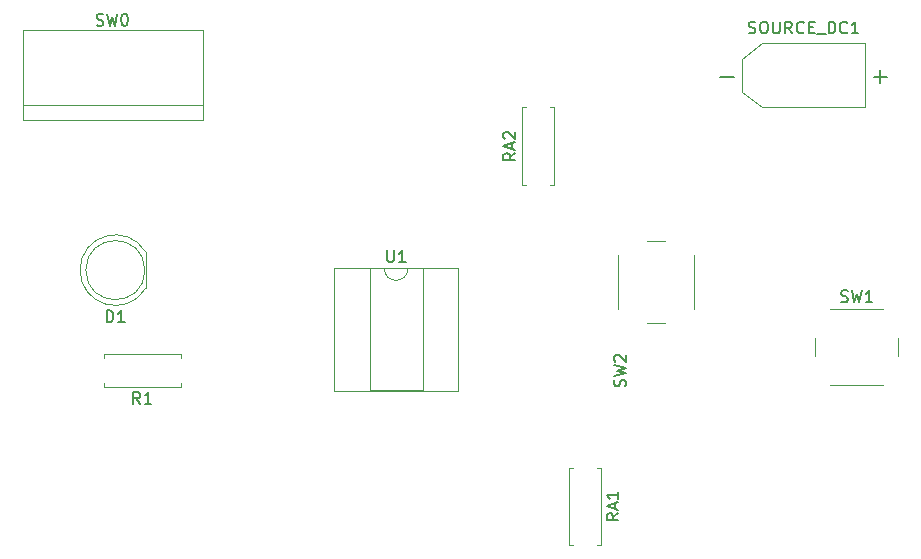
<source format=gbr>
%TF.GenerationSoftware,KiCad,Pcbnew,9.0.4*%
%TF.CreationDate,2025-10-10T16:17:53+02:00*%
%TF.ProjectId,Timmer-555-bistable-0.0.1,54696d6d-6572-42d3-9535-352d62697374,rev?*%
%TF.SameCoordinates,Original*%
%TF.FileFunction,Legend,Top*%
%TF.FilePolarity,Positive*%
%FSLAX46Y46*%
G04 Gerber Fmt 4.6, Leading zero omitted, Abs format (unit mm)*
G04 Created by KiCad (PCBNEW 9.0.4) date 2025-10-10 16:17:53*
%MOMM*%
%LPD*%
G01*
G04 APERTURE LIST*
%ADD10C,0.150000*%
%ADD11C,0.120000*%
G04 APERTURE END LIST*
D10*
X130238095Y-56814819D02*
X130238095Y-57624342D01*
X130238095Y-57624342D02*
X130285714Y-57719580D01*
X130285714Y-57719580D02*
X130333333Y-57767200D01*
X130333333Y-57767200D02*
X130428571Y-57814819D01*
X130428571Y-57814819D02*
X130619047Y-57814819D01*
X130619047Y-57814819D02*
X130714285Y-57767200D01*
X130714285Y-57767200D02*
X130761904Y-57719580D01*
X130761904Y-57719580D02*
X130809523Y-57624342D01*
X130809523Y-57624342D02*
X130809523Y-56814819D01*
X131809523Y-57814819D02*
X131238095Y-57814819D01*
X131523809Y-57814819D02*
X131523809Y-56814819D01*
X131523809Y-56814819D02*
X131428571Y-56957676D01*
X131428571Y-56957676D02*
X131333333Y-57052914D01*
X131333333Y-57052914D02*
X131238095Y-57100533D01*
X150407200Y-68333332D02*
X150454819Y-68190475D01*
X150454819Y-68190475D02*
X150454819Y-67952380D01*
X150454819Y-67952380D02*
X150407200Y-67857142D01*
X150407200Y-67857142D02*
X150359580Y-67809523D01*
X150359580Y-67809523D02*
X150264342Y-67761904D01*
X150264342Y-67761904D02*
X150169104Y-67761904D01*
X150169104Y-67761904D02*
X150073866Y-67809523D01*
X150073866Y-67809523D02*
X150026247Y-67857142D01*
X150026247Y-67857142D02*
X149978628Y-67952380D01*
X149978628Y-67952380D02*
X149931009Y-68142856D01*
X149931009Y-68142856D02*
X149883390Y-68238094D01*
X149883390Y-68238094D02*
X149835771Y-68285713D01*
X149835771Y-68285713D02*
X149740533Y-68333332D01*
X149740533Y-68333332D02*
X149645295Y-68333332D01*
X149645295Y-68333332D02*
X149550057Y-68285713D01*
X149550057Y-68285713D02*
X149502438Y-68238094D01*
X149502438Y-68238094D02*
X149454819Y-68142856D01*
X149454819Y-68142856D02*
X149454819Y-67904761D01*
X149454819Y-67904761D02*
X149502438Y-67761904D01*
X149454819Y-67428570D02*
X150454819Y-67190475D01*
X150454819Y-67190475D02*
X149740533Y-66999999D01*
X149740533Y-66999999D02*
X150454819Y-66809523D01*
X150454819Y-66809523D02*
X149454819Y-66571428D01*
X149550057Y-66238094D02*
X149502438Y-66190475D01*
X149502438Y-66190475D02*
X149454819Y-66095237D01*
X149454819Y-66095237D02*
X149454819Y-65857142D01*
X149454819Y-65857142D02*
X149502438Y-65761904D01*
X149502438Y-65761904D02*
X149550057Y-65714285D01*
X149550057Y-65714285D02*
X149645295Y-65666666D01*
X149645295Y-65666666D02*
X149740533Y-65666666D01*
X149740533Y-65666666D02*
X149883390Y-65714285D01*
X149883390Y-65714285D02*
X150454819Y-66285713D01*
X150454819Y-66285713D02*
X150454819Y-65666666D01*
X168666667Y-61157200D02*
X168809524Y-61204819D01*
X168809524Y-61204819D02*
X169047619Y-61204819D01*
X169047619Y-61204819D02*
X169142857Y-61157200D01*
X169142857Y-61157200D02*
X169190476Y-61109580D01*
X169190476Y-61109580D02*
X169238095Y-61014342D01*
X169238095Y-61014342D02*
X169238095Y-60919104D01*
X169238095Y-60919104D02*
X169190476Y-60823866D01*
X169190476Y-60823866D02*
X169142857Y-60776247D01*
X169142857Y-60776247D02*
X169047619Y-60728628D01*
X169047619Y-60728628D02*
X168857143Y-60681009D01*
X168857143Y-60681009D02*
X168761905Y-60633390D01*
X168761905Y-60633390D02*
X168714286Y-60585771D01*
X168714286Y-60585771D02*
X168666667Y-60490533D01*
X168666667Y-60490533D02*
X168666667Y-60395295D01*
X168666667Y-60395295D02*
X168714286Y-60300057D01*
X168714286Y-60300057D02*
X168761905Y-60252438D01*
X168761905Y-60252438D02*
X168857143Y-60204819D01*
X168857143Y-60204819D02*
X169095238Y-60204819D01*
X169095238Y-60204819D02*
X169238095Y-60252438D01*
X169571429Y-60204819D02*
X169809524Y-61204819D01*
X169809524Y-61204819D02*
X170000000Y-60490533D01*
X170000000Y-60490533D02*
X170190476Y-61204819D01*
X170190476Y-61204819D02*
X170428572Y-60204819D01*
X171333333Y-61204819D02*
X170761905Y-61204819D01*
X171047619Y-61204819D02*
X171047619Y-60204819D01*
X171047619Y-60204819D02*
X170952381Y-60347676D01*
X170952381Y-60347676D02*
X170857143Y-60442914D01*
X170857143Y-60442914D02*
X170761905Y-60490533D01*
X105636667Y-37757200D02*
X105779524Y-37804819D01*
X105779524Y-37804819D02*
X106017619Y-37804819D01*
X106017619Y-37804819D02*
X106112857Y-37757200D01*
X106112857Y-37757200D02*
X106160476Y-37709580D01*
X106160476Y-37709580D02*
X106208095Y-37614342D01*
X106208095Y-37614342D02*
X106208095Y-37519104D01*
X106208095Y-37519104D02*
X106160476Y-37423866D01*
X106160476Y-37423866D02*
X106112857Y-37376247D01*
X106112857Y-37376247D02*
X106017619Y-37328628D01*
X106017619Y-37328628D02*
X105827143Y-37281009D01*
X105827143Y-37281009D02*
X105731905Y-37233390D01*
X105731905Y-37233390D02*
X105684286Y-37185771D01*
X105684286Y-37185771D02*
X105636667Y-37090533D01*
X105636667Y-37090533D02*
X105636667Y-36995295D01*
X105636667Y-36995295D02*
X105684286Y-36900057D01*
X105684286Y-36900057D02*
X105731905Y-36852438D01*
X105731905Y-36852438D02*
X105827143Y-36804819D01*
X105827143Y-36804819D02*
X106065238Y-36804819D01*
X106065238Y-36804819D02*
X106208095Y-36852438D01*
X106541429Y-36804819D02*
X106779524Y-37804819D01*
X106779524Y-37804819D02*
X106970000Y-37090533D01*
X106970000Y-37090533D02*
X107160476Y-37804819D01*
X107160476Y-37804819D02*
X107398572Y-36804819D01*
X107970000Y-36804819D02*
X108065238Y-36804819D01*
X108065238Y-36804819D02*
X108160476Y-36852438D01*
X108160476Y-36852438D02*
X108208095Y-36900057D01*
X108208095Y-36900057D02*
X108255714Y-36995295D01*
X108255714Y-36995295D02*
X108303333Y-37185771D01*
X108303333Y-37185771D02*
X108303333Y-37423866D01*
X108303333Y-37423866D02*
X108255714Y-37614342D01*
X108255714Y-37614342D02*
X108208095Y-37709580D01*
X108208095Y-37709580D02*
X108160476Y-37757200D01*
X108160476Y-37757200D02*
X108065238Y-37804819D01*
X108065238Y-37804819D02*
X107970000Y-37804819D01*
X107970000Y-37804819D02*
X107874762Y-37757200D01*
X107874762Y-37757200D02*
X107827143Y-37709580D01*
X107827143Y-37709580D02*
X107779524Y-37614342D01*
X107779524Y-37614342D02*
X107731905Y-37423866D01*
X107731905Y-37423866D02*
X107731905Y-37185771D01*
X107731905Y-37185771D02*
X107779524Y-36995295D01*
X107779524Y-36995295D02*
X107827143Y-36900057D01*
X107827143Y-36900057D02*
X107874762Y-36852438D01*
X107874762Y-36852438D02*
X107970000Y-36804819D01*
X160857143Y-38407200D02*
X161000000Y-38454819D01*
X161000000Y-38454819D02*
X161238095Y-38454819D01*
X161238095Y-38454819D02*
X161333333Y-38407200D01*
X161333333Y-38407200D02*
X161380952Y-38359580D01*
X161380952Y-38359580D02*
X161428571Y-38264342D01*
X161428571Y-38264342D02*
X161428571Y-38169104D01*
X161428571Y-38169104D02*
X161380952Y-38073866D01*
X161380952Y-38073866D02*
X161333333Y-38026247D01*
X161333333Y-38026247D02*
X161238095Y-37978628D01*
X161238095Y-37978628D02*
X161047619Y-37931009D01*
X161047619Y-37931009D02*
X160952381Y-37883390D01*
X160952381Y-37883390D02*
X160904762Y-37835771D01*
X160904762Y-37835771D02*
X160857143Y-37740533D01*
X160857143Y-37740533D02*
X160857143Y-37645295D01*
X160857143Y-37645295D02*
X160904762Y-37550057D01*
X160904762Y-37550057D02*
X160952381Y-37502438D01*
X160952381Y-37502438D02*
X161047619Y-37454819D01*
X161047619Y-37454819D02*
X161285714Y-37454819D01*
X161285714Y-37454819D02*
X161428571Y-37502438D01*
X162047619Y-37454819D02*
X162238095Y-37454819D01*
X162238095Y-37454819D02*
X162333333Y-37502438D01*
X162333333Y-37502438D02*
X162428571Y-37597676D01*
X162428571Y-37597676D02*
X162476190Y-37788152D01*
X162476190Y-37788152D02*
X162476190Y-38121485D01*
X162476190Y-38121485D02*
X162428571Y-38311961D01*
X162428571Y-38311961D02*
X162333333Y-38407200D01*
X162333333Y-38407200D02*
X162238095Y-38454819D01*
X162238095Y-38454819D02*
X162047619Y-38454819D01*
X162047619Y-38454819D02*
X161952381Y-38407200D01*
X161952381Y-38407200D02*
X161857143Y-38311961D01*
X161857143Y-38311961D02*
X161809524Y-38121485D01*
X161809524Y-38121485D02*
X161809524Y-37788152D01*
X161809524Y-37788152D02*
X161857143Y-37597676D01*
X161857143Y-37597676D02*
X161952381Y-37502438D01*
X161952381Y-37502438D02*
X162047619Y-37454819D01*
X162904762Y-37454819D02*
X162904762Y-38264342D01*
X162904762Y-38264342D02*
X162952381Y-38359580D01*
X162952381Y-38359580D02*
X163000000Y-38407200D01*
X163000000Y-38407200D02*
X163095238Y-38454819D01*
X163095238Y-38454819D02*
X163285714Y-38454819D01*
X163285714Y-38454819D02*
X163380952Y-38407200D01*
X163380952Y-38407200D02*
X163428571Y-38359580D01*
X163428571Y-38359580D02*
X163476190Y-38264342D01*
X163476190Y-38264342D02*
X163476190Y-37454819D01*
X164523809Y-38454819D02*
X164190476Y-37978628D01*
X163952381Y-38454819D02*
X163952381Y-37454819D01*
X163952381Y-37454819D02*
X164333333Y-37454819D01*
X164333333Y-37454819D02*
X164428571Y-37502438D01*
X164428571Y-37502438D02*
X164476190Y-37550057D01*
X164476190Y-37550057D02*
X164523809Y-37645295D01*
X164523809Y-37645295D02*
X164523809Y-37788152D01*
X164523809Y-37788152D02*
X164476190Y-37883390D01*
X164476190Y-37883390D02*
X164428571Y-37931009D01*
X164428571Y-37931009D02*
X164333333Y-37978628D01*
X164333333Y-37978628D02*
X163952381Y-37978628D01*
X165523809Y-38359580D02*
X165476190Y-38407200D01*
X165476190Y-38407200D02*
X165333333Y-38454819D01*
X165333333Y-38454819D02*
X165238095Y-38454819D01*
X165238095Y-38454819D02*
X165095238Y-38407200D01*
X165095238Y-38407200D02*
X165000000Y-38311961D01*
X165000000Y-38311961D02*
X164952381Y-38216723D01*
X164952381Y-38216723D02*
X164904762Y-38026247D01*
X164904762Y-38026247D02*
X164904762Y-37883390D01*
X164904762Y-37883390D02*
X164952381Y-37692914D01*
X164952381Y-37692914D02*
X165000000Y-37597676D01*
X165000000Y-37597676D02*
X165095238Y-37502438D01*
X165095238Y-37502438D02*
X165238095Y-37454819D01*
X165238095Y-37454819D02*
X165333333Y-37454819D01*
X165333333Y-37454819D02*
X165476190Y-37502438D01*
X165476190Y-37502438D02*
X165523809Y-37550057D01*
X165952381Y-37931009D02*
X166285714Y-37931009D01*
X166428571Y-38454819D02*
X165952381Y-38454819D01*
X165952381Y-38454819D02*
X165952381Y-37454819D01*
X165952381Y-37454819D02*
X166428571Y-37454819D01*
X166619048Y-38550057D02*
X167380952Y-38550057D01*
X167619048Y-38454819D02*
X167619048Y-37454819D01*
X167619048Y-37454819D02*
X167857143Y-37454819D01*
X167857143Y-37454819D02*
X168000000Y-37502438D01*
X168000000Y-37502438D02*
X168095238Y-37597676D01*
X168095238Y-37597676D02*
X168142857Y-37692914D01*
X168142857Y-37692914D02*
X168190476Y-37883390D01*
X168190476Y-37883390D02*
X168190476Y-38026247D01*
X168190476Y-38026247D02*
X168142857Y-38216723D01*
X168142857Y-38216723D02*
X168095238Y-38311961D01*
X168095238Y-38311961D02*
X168000000Y-38407200D01*
X168000000Y-38407200D02*
X167857143Y-38454819D01*
X167857143Y-38454819D02*
X167619048Y-38454819D01*
X169190476Y-38359580D02*
X169142857Y-38407200D01*
X169142857Y-38407200D02*
X169000000Y-38454819D01*
X169000000Y-38454819D02*
X168904762Y-38454819D01*
X168904762Y-38454819D02*
X168761905Y-38407200D01*
X168761905Y-38407200D02*
X168666667Y-38311961D01*
X168666667Y-38311961D02*
X168619048Y-38216723D01*
X168619048Y-38216723D02*
X168571429Y-38026247D01*
X168571429Y-38026247D02*
X168571429Y-37883390D01*
X168571429Y-37883390D02*
X168619048Y-37692914D01*
X168619048Y-37692914D02*
X168666667Y-37597676D01*
X168666667Y-37597676D02*
X168761905Y-37502438D01*
X168761905Y-37502438D02*
X168904762Y-37454819D01*
X168904762Y-37454819D02*
X169000000Y-37454819D01*
X169000000Y-37454819D02*
X169142857Y-37502438D01*
X169142857Y-37502438D02*
X169190476Y-37550057D01*
X170142857Y-38454819D02*
X169571429Y-38454819D01*
X169857143Y-38454819D02*
X169857143Y-37454819D01*
X169857143Y-37454819D02*
X169761905Y-37597676D01*
X169761905Y-37597676D02*
X169666667Y-37692914D01*
X169666667Y-37692914D02*
X169571429Y-37740533D01*
X171428571Y-42114700D02*
X172571429Y-42114700D01*
X172000000Y-42686128D02*
X172000000Y-41543271D01*
X158428571Y-42114700D02*
X159571429Y-42114700D01*
X141084819Y-48595238D02*
X140608628Y-48928571D01*
X141084819Y-49166666D02*
X140084819Y-49166666D01*
X140084819Y-49166666D02*
X140084819Y-48785714D01*
X140084819Y-48785714D02*
X140132438Y-48690476D01*
X140132438Y-48690476D02*
X140180057Y-48642857D01*
X140180057Y-48642857D02*
X140275295Y-48595238D01*
X140275295Y-48595238D02*
X140418152Y-48595238D01*
X140418152Y-48595238D02*
X140513390Y-48642857D01*
X140513390Y-48642857D02*
X140561009Y-48690476D01*
X140561009Y-48690476D02*
X140608628Y-48785714D01*
X140608628Y-48785714D02*
X140608628Y-49166666D01*
X140799104Y-48214285D02*
X140799104Y-47738095D01*
X141084819Y-48309523D02*
X140084819Y-47976190D01*
X140084819Y-47976190D02*
X141084819Y-47642857D01*
X140180057Y-47357142D02*
X140132438Y-47309523D01*
X140132438Y-47309523D02*
X140084819Y-47214285D01*
X140084819Y-47214285D02*
X140084819Y-46976190D01*
X140084819Y-46976190D02*
X140132438Y-46880952D01*
X140132438Y-46880952D02*
X140180057Y-46833333D01*
X140180057Y-46833333D02*
X140275295Y-46785714D01*
X140275295Y-46785714D02*
X140370533Y-46785714D01*
X140370533Y-46785714D02*
X140513390Y-46833333D01*
X140513390Y-46833333D02*
X141084819Y-47404761D01*
X141084819Y-47404761D02*
X141084819Y-46785714D01*
X149824819Y-79095238D02*
X149348628Y-79428571D01*
X149824819Y-79666666D02*
X148824819Y-79666666D01*
X148824819Y-79666666D02*
X148824819Y-79285714D01*
X148824819Y-79285714D02*
X148872438Y-79190476D01*
X148872438Y-79190476D02*
X148920057Y-79142857D01*
X148920057Y-79142857D02*
X149015295Y-79095238D01*
X149015295Y-79095238D02*
X149158152Y-79095238D01*
X149158152Y-79095238D02*
X149253390Y-79142857D01*
X149253390Y-79142857D02*
X149301009Y-79190476D01*
X149301009Y-79190476D02*
X149348628Y-79285714D01*
X149348628Y-79285714D02*
X149348628Y-79666666D01*
X149539104Y-78714285D02*
X149539104Y-78238095D01*
X149824819Y-78809523D02*
X148824819Y-78476190D01*
X148824819Y-78476190D02*
X149824819Y-78142857D01*
X149824819Y-77285714D02*
X149824819Y-77857142D01*
X149824819Y-77571428D02*
X148824819Y-77571428D01*
X148824819Y-77571428D02*
X148967676Y-77666666D01*
X148967676Y-77666666D02*
X149062914Y-77761904D01*
X149062914Y-77761904D02*
X149110533Y-77857142D01*
X109333333Y-69824819D02*
X109000000Y-69348628D01*
X108761905Y-69824819D02*
X108761905Y-68824819D01*
X108761905Y-68824819D02*
X109142857Y-68824819D01*
X109142857Y-68824819D02*
X109238095Y-68872438D01*
X109238095Y-68872438D02*
X109285714Y-68920057D01*
X109285714Y-68920057D02*
X109333333Y-69015295D01*
X109333333Y-69015295D02*
X109333333Y-69158152D01*
X109333333Y-69158152D02*
X109285714Y-69253390D01*
X109285714Y-69253390D02*
X109238095Y-69301009D01*
X109238095Y-69301009D02*
X109142857Y-69348628D01*
X109142857Y-69348628D02*
X108761905Y-69348628D01*
X110285714Y-69824819D02*
X109714286Y-69824819D01*
X110000000Y-69824819D02*
X110000000Y-68824819D01*
X110000000Y-68824819D02*
X109904762Y-68967676D01*
X109904762Y-68967676D02*
X109809524Y-69062914D01*
X109809524Y-69062914D02*
X109714286Y-69110533D01*
X106486905Y-62914819D02*
X106486905Y-61914819D01*
X106486905Y-61914819D02*
X106725000Y-61914819D01*
X106725000Y-61914819D02*
X106867857Y-61962438D01*
X106867857Y-61962438D02*
X106963095Y-62057676D01*
X106963095Y-62057676D02*
X107010714Y-62152914D01*
X107010714Y-62152914D02*
X107058333Y-62343390D01*
X107058333Y-62343390D02*
X107058333Y-62486247D01*
X107058333Y-62486247D02*
X107010714Y-62676723D01*
X107010714Y-62676723D02*
X106963095Y-62771961D01*
X106963095Y-62771961D02*
X106867857Y-62867200D01*
X106867857Y-62867200D02*
X106725000Y-62914819D01*
X106725000Y-62914819D02*
X106486905Y-62914819D01*
X108010714Y-62914819D02*
X107439286Y-62914819D01*
X107725000Y-62914819D02*
X107725000Y-61914819D01*
X107725000Y-61914819D02*
X107629762Y-62057676D01*
X107629762Y-62057676D02*
X107534524Y-62152914D01*
X107534524Y-62152914D02*
X107439286Y-62200533D01*
D11*
%TO.C,U1*%
X128750000Y-58360000D02*
X128750000Y-68640000D01*
X128750000Y-68640000D02*
X133250000Y-68640000D01*
X130000000Y-58360000D02*
X128750000Y-58360000D01*
X133250000Y-58360000D02*
X132000000Y-58360000D01*
X133250000Y-68640000D02*
X133250000Y-58360000D01*
X125750000Y-58300000D02*
X136250000Y-58300000D01*
X136250000Y-68700000D01*
X125750000Y-68700000D01*
X125750000Y-58300000D01*
X132000000Y-58360000D02*
G75*
G02*
X130000000Y-58360000I-1000000J0D01*
G01*
%TO.C,SW2*%
X152250000Y-63000000D02*
X153750000Y-63000000D01*
X156250000Y-61750000D02*
X156250000Y-57250000D01*
X149750000Y-57250000D02*
X149750000Y-61750000D01*
X153750000Y-56000000D02*
X152250000Y-56000000D01*
%TO.C,SW1*%
X166500000Y-64250000D02*
X166500000Y-65750000D01*
X167750000Y-68250000D02*
X172250000Y-68250000D01*
X172250000Y-61750000D02*
X167750000Y-61750000D01*
X173500000Y-65750000D02*
X173500000Y-64250000D01*
%TO.C,SW0*%
X99380000Y-38190000D02*
X114620000Y-38190000D01*
X99380000Y-44540000D02*
X114620000Y-44540000D01*
X99380000Y-45810000D02*
X99380000Y-38190000D01*
X99380000Y-45810000D02*
X114620000Y-45810000D01*
X114620000Y-45810000D02*
X114620000Y-38190000D01*
%TO.C,SOURCE_DC1*%
X160290000Y-40590000D02*
X160290000Y-43410000D01*
X160290000Y-40590000D02*
X161990000Y-39290000D01*
X160290000Y-43410000D02*
X161990000Y-44710000D01*
X161990000Y-39290000D02*
X170710000Y-39290000D01*
X161990000Y-44710000D02*
X170710000Y-44710000D01*
X170710000Y-39290000D02*
X170710000Y-44710000D01*
%TO.C,RA2*%
X141630000Y-51270000D02*
X141630000Y-44730000D01*
X141960000Y-51270000D02*
X141630000Y-51270000D01*
X144040000Y-51270000D02*
X144370000Y-51270000D01*
X144370000Y-51270000D02*
X144370000Y-44730000D01*
X141630000Y-44730000D02*
X141960000Y-44730000D01*
X144370000Y-44730000D02*
X144040000Y-44730000D01*
%TO.C,RA1*%
X148370000Y-75230000D02*
X148370000Y-81770000D01*
X148040000Y-75230000D02*
X148370000Y-75230000D01*
X145960000Y-75230000D02*
X145630000Y-75230000D01*
X145630000Y-75230000D02*
X145630000Y-81770000D01*
X148370000Y-81770000D02*
X148040000Y-81770000D01*
X145630000Y-81770000D02*
X145960000Y-81770000D01*
%TO.C,R1*%
X112770000Y-68370000D02*
X106230000Y-68370000D01*
X112770000Y-68040000D02*
X112770000Y-68370000D01*
X112770000Y-65960000D02*
X112770000Y-65630000D01*
X112770000Y-65630000D02*
X106230000Y-65630000D01*
X106230000Y-68370000D02*
X106230000Y-68040000D01*
X106230000Y-65630000D02*
X106230000Y-65960000D01*
%TO.C,D1*%
X109790000Y-60045000D02*
X109790000Y-56955000D01*
X109790000Y-60044830D02*
G75*
G02*
X104240000Y-58500000I-2560000J1544830D01*
G01*
X104240000Y-58500000D02*
G75*
G02*
X109790000Y-56955170I2990000J0D01*
G01*
X109730000Y-58500000D02*
G75*
G02*
X104730000Y-58500000I-2500000J0D01*
G01*
X104730000Y-58500000D02*
G75*
G02*
X109730000Y-58500000I2500000J0D01*
G01*
%TD*%
M02*

</source>
